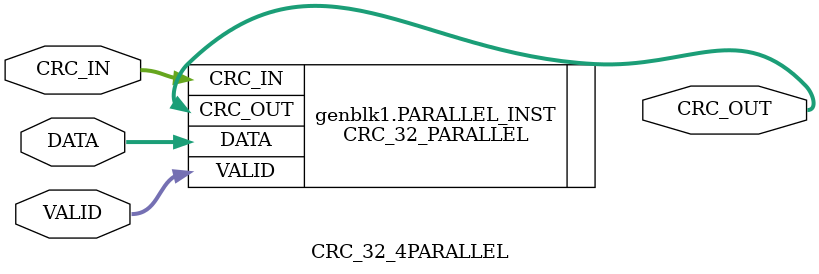
<source format=v>
`default_nettype none
module CRC_32_4PARALLEL #(
    parameter FAST = 0
) (
    input  wire [ 31:0] CRC_IN,
    input  wire [  3:0] VALID,
    input  wire [191:0] DATA,
    output wire [ 31:0] CRC_OUT
);
  generate
    if (FAST == 0) begin
      CRC_32_PARALLEL #(
          .PARALLEL_DEPTH(4)
      ) PARALLEL_INST (
          .CRC_IN(CRC_IN),
          .VALID(VALID),
          .DATA(DATA),
          .CRC_OUT(CRC_OUT)
      );
    end else begin
      wire [  2:0] CNT;
      wire [191:0] DATA_SEL;
      wire [  3:0] TURN_OFF_R1[4];
      wire [  3:0] ONE_HOT_REQ[4];
      wire CNT_IS_1, CNT_IS_2, CNT_IS_3, CNT_IS_4;
      wire [ 47:0] DATA48;
      wire [ 95:0] DATA96;
      wire [143:0] DATA144;
      wire [191:0] DATA192;
      wire [31:0] CRC_OUT48, CRC_OUT96, CRC_OUT144, CRC_OUT192;
      genvar i;
      assign TURN_OFF_R1[0] = VALID;
      assign ONE_HOT_REQ[0] = TURN_OFF_R1[0] & (-TURN_OFF_R1[0]);  // Isolate Rightmost 1 Bit
      for (i = 1; i < 4; i = i + 1) begin
        assign TURN_OFF_R1[i] = TURN_OFF_R1[i-1] & (~ONE_HOT_REQ[i-1]);  //Turn Off Rightmost 1 Bit
        assign ONE_HOT_REQ[i] = TURN_OFF_R1[i] & (-TURN_OFF_R1[i]);  // Isolate Rightmost 1 Bit
      end
      for (i = 0; i < 4; i = i + 1) begin
        MUX_ONE_HOT #(
            .WORD_WIDTH(48),
            .WORD_COUNT(4)
        ) MUX_ONE_HOT_CRC_INST (
            .SEL(ONE_HOT_REQ[i]),
            .WORDS_IN(DATA),
            .WORDS_OUT(DATA_SEL[i*48+:48])
        );
      end
      assign CNT = VALID[3] + VALID[2] + VALID[1] + VALID[0];
      assign CNT_IS_1 = CNT == 3'd1;
      assign CNT_IS_2 = CNT == 3'd2;
      assign CNT_IS_3 = CNT == 3'd3;
      assign CNT_IS_4 = CNT == 3'd4;
      assign DATA48 = DATA_SEL[0+:48];
      assign DATA96 = DATA_SEL[0+:96];
      assign DATA144 = DATA_SEL[0+:144];
      assign DATA192 = DATA;
      CRC_32_DAT_48 CRC_32_DAT_48_INST (
          .CRC_IN(CRC_IN),
          .DATA(DATA48),
          .CRC_OUT(CRC_OUT48)
      );
      CRC_32_DAT_96 CRC_32_DAT_96_INST (
          .CRC_IN(CRC_IN),
          .DATA(DATA96),
          .CRC_OUT(CRC_OUT96)
      );
      CRC_32_DAT_144 CRC_32_DAT_144_INST (
          .CRC_IN(CRC_IN),
          .DATA(DATA144),
          .CRC_OUT(CRC_OUT144)
      );
      CRC_32_DAT_192 CRC_32_DAT_192_INST (
          .CRC_IN(CRC_IN),
          .DATA(DATA192),
          .CRC_OUT(CRC_OUT192)
      );
      MUX_ONE_HOT #(
          .WORD_WIDTH(32),
          .WORD_COUNT(4)
      ) MUX_ONE_HOT_CRC_INST (
          .SEL({CNT_IS_4, CNT_IS_3, CNT_IS_2, CNT_IS_1}),
          .WORDS_IN({CRC_OUT192, CRC_OUT144, CRC_OUT96, CRC_OUT48}),
          .WORDS_OUT(CRC_OUT)
      );
    end
  endgenerate
endmodule

</source>
